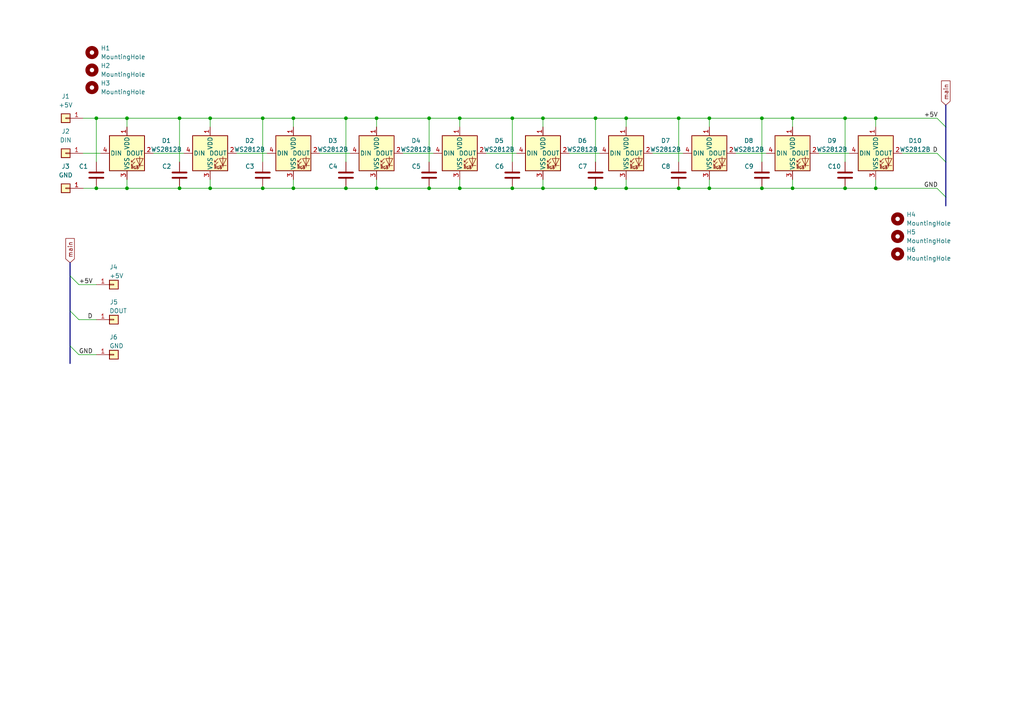
<source format=kicad_sch>
(kicad_sch (version 20230121) (generator eeschema)
  (paper "A4")
  (lib_symbols
    (symbol "Connector_Generic:Conn_01x01" (pin_names (offset 1.016) hide)
      (property "Reference" "J" (at 0 2.54 0))
      (property "Value" "Conn_01x01" (at 0 -2.54 0))
      (symbol "Conn_01x01_1_1"
        (rectangle (start -1.27 0.127) (end 0 -0.127) (stroke (width 0.1524)))
        (rectangle (start -1.27 1.27) (end 1.27 -1.27) (stroke (width 0.254)) (fill (type background)))
        (pin passive line (at -5.08 0 0) (length 3.81) (name "Pin_1") (number "1"))
      )
    )
    (symbol "Device:C" (pin_numbers hide) (pin_names (offset 0.254))
      (property "Reference" "C" (at 0.635 2.54 0))
      (property "Value" "C" (at 0.635 -2.54 0))
      (symbol "C_0_1"
        (polyline (pts (xy -2.032 -0.762) (xy 2.032 -0.762)) (stroke (width 0.508)))
        (polyline (pts (xy -2.032 0.762) (xy 2.032 0.762)) (stroke (width 0.508)))
      )
      (symbol "C_1_1"
        (pin passive line (at 0 3.81 270) (length 2.794) (name "~") (number "1"))
        (pin passive line (at 0 -3.81 90) (length 2.794) (name "~") (number "2"))
      )
    )
    (symbol "LED:WS2812B" (pin_names (offset 0.254))
      (property "Reference" "D" (at 5.08 5.715 0))
      (property "Value" "WS2812B" (at 1.27 -5.715 0))
      (symbol "WS2812B_0_0"
        (text "RGB" (at 2.286 -4.191 0) (effects (font (size 0.762 0.762))))
      )
      (symbol "WS2812B_0_1"
        (polyline (pts (xy 1.27 -3.556) (xy 1.778 -3.556)))
        (polyline (pts (xy 1.27 -2.54) (xy 1.778 -2.54)))
        (polyline (pts (xy 4.699 -3.556) (xy 2.667 -3.556)))
        (polyline (pts (xy 2.286 -2.54) (xy 1.27 -3.556) (xy 1.27 -3.048)))
        (polyline (pts (xy 2.286 -1.524) (xy 1.27 -2.54) (xy 1.27 -2.032)))
        (polyline (pts (xy 3.683 -1.016) (xy 3.683 -3.556) (xy 3.683 -4.064)))
        (polyline (pts (xy 4.699 -1.524) (xy 2.667 -1.524) (xy 3.683 -3.556) (xy 4.699 -1.524)))
        (rectangle (start 5.08 5.08) (end -5.08 -5.08) (stroke (width 0.254)) (fill (type background)))
      )
      (symbol "WS2812B_1_1"
        (pin power_in line (at 0 7.62 270) (length 2.54) (name "VDD") (number "1"))
        (pin output line (at 7.62 0 180) (length 2.54) (name "DOUT") (number "2"))
        (pin power_in line (at 0 -7.62 90) (length 2.54) (name "VSS") (number "3"))
        (pin input line (at -7.62 0 0) (length 2.54) (name "DIN") (number "4"))
      )
    )
    (symbol "Mechanical:MountingHole" (pin_names (offset 1.016))
      (property "Reference" "H" (at 0 5.08 0))
      (property "Value" "MountingHole" (at 0 3.175 0))
      (symbol "MountingHole_0_1"
        (circle (center 0 0) (radius 1.27) (stroke (width 1.27)))
      )
    )
  )
  (junction (at 205.74 54.61))
  (junction (at 172.72 54.61))
  (junction (at 124.46 54.61))
  (junction (at 60.96 34.29))
  (junction (at 196.85 34.29))
  (junction (at 148.59 34.29))
  (junction (at 60.96 54.61))
  (junction (at 100.33 34.29))
  (junction (at 109.22 54.61))
  (junction (at 172.72 34.29))
  (junction (at 27.94 34.29))
  (junction (at 254 54.61))
  (junction (at 85.09 34.29))
  (junction (at 52.07 34.29))
  (junction (at 245.11 54.61))
  (junction (at 157.48 34.29))
  (junction (at 148.59 54.61))
  (junction (at 100.33 54.61))
  (junction (at 220.98 54.61))
  (junction (at 229.87 54.61))
  (junction (at 229.87 34.29))
  (junction (at 220.98 34.29))
  (junction (at 27.94 54.61))
  (junction (at 36.83 54.61))
  (junction (at 181.61 54.61))
  (junction (at 157.48 54.61))
  (junction (at 36.83 34.29))
  (junction (at 76.2 54.61))
  (junction (at 85.09 54.61))
  (junction (at 245.11 34.29))
  (junction (at 76.2 34.29))
  (junction (at 124.46 34.29))
  (junction (at 109.22 34.29))
  (junction (at 52.07 54.61))
  (junction (at 205.74 34.29))
  (junction (at 254 34.29))
  (junction (at 181.61 34.29))
  (junction (at 196.85 54.61))
  (junction (at 133.35 54.61))
  (junction (at 133.35 34.29))
  (bus_entry (at 20.32 90.17) (size 2.54 2.54))
  (bus_entry (at 271.78 54.61) (size 2.54 2.54))
  (bus_entry (at 271.78 44.45) (size 2.54 2.54))
  (bus_entry (at 20.32 100.33) (size 2.54 2.54))
  (bus_entry (at 271.78 34.29) (size 2.54 2.54))
  (bus_entry (at 20.32 80.01) (size 2.54 2.54))
  (wire (pts (xy 229.87 54.61) (xy 245.11 54.61)))
  (wire (pts (xy 76.2 54.61) (xy 85.09 54.61)))
  (wire (pts (xy 133.35 54.61) (xy 148.59 54.61)))
  (wire (pts (xy 24.13 54.61) (xy 27.94 54.61)))
  (wire (pts (xy 109.22 52.07) (xy 109.22 54.61)))
  (wire (pts (xy 68.58 44.45) (xy 77.47 44.45)))
  (wire (pts (xy 205.74 34.29) (xy 220.98 34.29)))
  (wire (pts (xy 109.22 34.29) (xy 124.46 34.29)))
  (wire (pts (xy 85.09 52.07) (xy 85.09 54.61)))
  (wire (pts (xy 205.74 54.61) (xy 220.98 54.61)))
  (wire (pts (xy 24.13 44.45) (xy 29.21 44.45)))
  (wire (pts (xy 124.46 34.29) (xy 124.46 46.99)))
  (wire (pts (xy 245.11 34.29) (xy 245.11 46.99)))
  (wire (pts (xy 85.09 34.29) (xy 100.33 34.29)))
  (wire (pts (xy 76.2 34.29) (xy 76.2 46.99)))
  (wire (pts (xy 92.71 44.45) (xy 101.6 44.45)))
  (wire (pts (xy 133.35 52.07) (xy 133.35 54.61)))
  (wire (pts (xy 22.86 102.87) (xy 27.94 102.87)))
  (wire (pts (xy 245.11 54.61) (xy 254 54.61)))
  (wire (pts (xy 27.94 34.29) (xy 27.94 46.99)))
  (wire (pts (xy 60.96 34.29) (xy 60.96 36.83)))
  (wire (pts (xy 254 34.29) (xy 271.78 34.29)))
  (wire (pts (xy 237.49 44.45) (xy 246.38 44.45)))
  (wire (pts (xy 245.11 34.29) (xy 254 34.29)))
  (wire (pts (xy 76.2 34.29) (xy 85.09 34.29)))
  (wire (pts (xy 22.86 82.55) (xy 27.94 82.55)))
  (wire (pts (xy 27.94 34.29) (xy 36.83 34.29)))
  (wire (pts (xy 52.07 34.29) (xy 60.96 34.29)))
  (wire (pts (xy 172.72 54.61) (xy 181.61 54.61)))
  (wire (pts (xy 85.09 54.61) (xy 100.33 54.61)))
  (wire (pts (xy 220.98 34.29) (xy 229.87 34.29)))
  (wire (pts (xy 124.46 54.61) (xy 133.35 54.61)))
  (wire (pts (xy 220.98 54.61) (xy 229.87 54.61)))
  (wire (pts (xy 140.97 44.45) (xy 149.86 44.45)))
  (bus (pts (xy 274.32 46.99) (xy 274.32 57.15)))
  (wire (pts (xy 148.59 34.29) (xy 148.59 46.99)))
  (wire (pts (xy 52.07 34.29) (xy 52.07 46.99)))
  (wire (pts (xy 60.96 34.29) (xy 76.2 34.29)))
  (bus (pts (xy 20.32 80.01) (xy 20.32 90.17)))
  (wire (pts (xy 229.87 34.29) (xy 245.11 34.29)))
  (wire (pts (xy 109.22 34.29) (xy 109.22 36.83)))
  (wire (pts (xy 133.35 34.29) (xy 133.35 36.83)))
  (wire (pts (xy 36.83 34.29) (xy 52.07 34.29)))
  (wire (pts (xy 157.48 34.29) (xy 157.48 36.83)))
  (bus (pts (xy 20.32 76.2) (xy 20.32 80.01)))
  (wire (pts (xy 181.61 54.61) (xy 196.85 54.61)))
  (wire (pts (xy 148.59 34.29) (xy 157.48 34.29)))
  (wire (pts (xy 196.85 34.29) (xy 205.74 34.29)))
  (wire (pts (xy 157.48 54.61) (xy 172.72 54.61)))
  (wire (pts (xy 36.83 52.07) (xy 36.83 54.61)))
  (wire (pts (xy 229.87 52.07) (xy 229.87 54.61)))
  (wire (pts (xy 36.83 34.29) (xy 36.83 36.83)))
  (wire (pts (xy 109.22 54.61) (xy 124.46 54.61)))
  (wire (pts (xy 205.74 34.29) (xy 205.74 36.83)))
  (wire (pts (xy 133.35 34.29) (xy 148.59 34.29)))
  (wire (pts (xy 27.94 54.61) (xy 36.83 54.61)))
  (wire (pts (xy 189.23 44.45) (xy 198.12 44.45)))
  (wire (pts (xy 229.87 34.29) (xy 229.87 36.83)))
  (wire (pts (xy 44.45 44.45) (xy 53.34 44.45)))
  (wire (pts (xy 254 54.61) (xy 271.78 54.61)))
  (wire (pts (xy 172.72 34.29) (xy 172.72 46.99)))
  (wire (pts (xy 181.61 34.29) (xy 196.85 34.29)))
  (wire (pts (xy 205.74 52.07) (xy 205.74 54.61)))
  (wire (pts (xy 220.98 34.29) (xy 220.98 46.99)))
  (wire (pts (xy 100.33 34.29) (xy 109.22 34.29)))
  (wire (pts (xy 181.61 34.29) (xy 181.61 36.83)))
  (wire (pts (xy 181.61 52.07) (xy 181.61 54.61)))
  (wire (pts (xy 196.85 54.61) (xy 205.74 54.61)))
  (wire (pts (xy 52.07 54.61) (xy 60.96 54.61)))
  (wire (pts (xy 124.46 34.29) (xy 133.35 34.29)))
  (wire (pts (xy 213.36 44.45) (xy 222.25 44.45)))
  (wire (pts (xy 100.33 34.29) (xy 100.33 46.99)))
  (wire (pts (xy 254 34.29) (xy 254 36.83)))
  (wire (pts (xy 24.13 34.29) (xy 27.94 34.29)))
  (wire (pts (xy 100.33 54.61) (xy 109.22 54.61)))
  (wire (pts (xy 148.59 54.61) (xy 157.48 54.61)))
  (wire (pts (xy 60.96 54.61) (xy 76.2 54.61)))
  (wire (pts (xy 22.86 92.71) (xy 27.94 92.71)))
  (wire (pts (xy 254 52.07) (xy 254 54.61)))
  (wire (pts (xy 172.72 34.29) (xy 181.61 34.29)))
  (wire (pts (xy 261.62 44.45) (xy 271.78 44.45)))
  (wire (pts (xy 36.83 54.61) (xy 52.07 54.61)))
  (wire (pts (xy 165.1 44.45) (xy 173.99 44.45)))
  (wire (pts (xy 157.48 34.29) (xy 172.72 34.29)))
  (wire (pts (xy 196.85 34.29) (xy 196.85 46.99)))
  (wire (pts (xy 157.48 52.07) (xy 157.48 54.61)))
  (bus (pts (xy 274.32 30.48) (xy 274.32 36.83)))
  (bus (pts (xy 274.32 57.15) (xy 274.32 59.69)))
  (bus (pts (xy 274.32 36.83) (xy 274.32 46.99)))
  (wire (pts (xy 60.96 52.07) (xy 60.96 54.61)))
  (wire (pts (xy 116.84 44.45) (xy 125.73 44.45)))
  (wire (pts (xy 85.09 34.29) (xy 85.09 36.83)))
  (bus (pts (xy 20.32 90.17) (xy 20.32 100.33)))
  (bus (pts (xy 20.32 100.33) (xy 20.32 105.41)))
  (label "D" (at 25.4 92.71 0))
  (label "GND" (at 267.97 54.61 0))
  (label "GND" (at 22.86 102.87 0))
  (label "+5V" (at 267.97 34.29 0))
  (label "+5V" (at 22.86 82.55 0))
  (label "D" (at 270.51 44.45 0))
  (global_label "main" (shape input) (at 20.32 76.2 90) (property "Intersheetrefs" "${INTERSHEET_REFS}" (effects hide)))
  (global_label "main" (shape input) (at 274.32 30.48 90) (property "Intersheetrefs" "${INTERSHEET_REFS}" (effects hide)))
  (symbol (lib_id "Device:C") (at 220.98 50.8 0) (unit 1)
    (property "Reference" "C9" (at 215.9 48.26 0) (effects (justify left)))
    (property "Value" "C" (effects hide))
    (property "Footprint" "Capacitor_SMD:C_0805_2012Metric" (effects hide))
  )
  (symbol (lib_id "Device:C") (at 76.2 50.8 0) (unit 1)
    (property "Reference" "C3" (at 71.12 48.26 0) (effects (justify left)))
    (property "Value" "C" (effects hide))
    (property "Footprint" "Capacitor_SMD:C_0805_2012Metric" (effects hide))
  )
  (symbol (lib_id "Connector_Generic:Conn_01x01") (at 33.02 102.87 0) (unit 1)
    (property "Reference" "J6" (at 31.75 97.79 0) (effects (justify left)))
    (property "Value" "GND" (at 31.75 100.33 0) (effects (justify left)))
    (property "Footprint" "Connector_Wire:SolderWirePad_1x01_SMD_1x2mm" (effects hide))
  )
  (symbol (lib_id "LED:WS2812B") (at 229.87 44.45 0) (unit 1)
    (property "Reference" "D9" (at 241.3 40.8021 0))
    (property "Value" "WS2812B" (at 241.3 43.3421 0))
    (property "Footprint" "LED_SMD:LED_WS2812B_PLCC4_5.0x5.0mm_P3.2mm" (effects hide))
    (property "Datasheet" "https://cdn-shop.adafruit.com/datasheets/WS2812B.pdf" (effects hide))
  )
  (symbol (lib_id "LED:WS2812B") (at 254 44.45 0) (unit 1)
    (property "Reference" "D10" (at 265.43 40.8021 0))
    (property "Value" "WS2812B" (at 265.43 43.3421 0))
    (property "Footprint" "LED_SMD:LED_WS2812B_PLCC4_5.0x5.0mm_P3.2mm" (effects hide))
    (property "Datasheet" "https://cdn-shop.adafruit.com/datasheets/WS2812B.pdf" (effects hide))
  )
  (symbol (lib_id "LED:WS2812B") (at 157.48 44.45 0) (unit 1)
    (property "Reference" "D6" (at 168.91 40.8021 0))
    (property "Value" "WS2812B" (at 168.91 43.3421 0))
    (property "Footprint" "LED_SMD:LED_WS2812B_PLCC4_5.0x5.0mm_P3.2mm" (effects hide))
    (property "Datasheet" "https://cdn-shop.adafruit.com/datasheets/WS2812B.pdf" (effects hide))
  )
  (symbol (lib_id "Mechanical:MountingHole") (at 26.67 15.24 0) (unit 1)
    (property "Reference" "H1" (at 29.21 13.97 0) (effects (justify left)))
    (property "Value" "MountingHole" (at 29.21 16.51 0) (effects (justify left)))
    (property "Footprint" "MountingHole:MountingHole_2.1mm" (effects hide))
  )
  (symbol (lib_id "Mechanical:MountingHole") (at 26.67 25.4 0) (unit 1)
    (property "Reference" "H3" (at 29.21 24.13 0) (effects (justify left)))
    (property "Value" "MountingHole" (at 29.21 26.67 0) (effects (justify left)))
    (property "Footprint" "MountingHole:MountingHole_2.1mm" (effects hide))
  )
  (symbol (lib_id "Device:C") (at 172.72 50.8 0) (unit 1)
    (property "Reference" "C7" (at 167.64 48.26 0) (effects (justify left)))
    (property "Value" "C" (effects hide))
    (property "Footprint" "Capacitor_SMD:C_0805_2012Metric" (effects hide))
  )
  (symbol (lib_id "Device:C") (at 124.46 50.8 0) (unit 1)
    (property "Reference" "C5" (at 119.38 48.26 0) (effects (justify left)))
    (property "Value" "C" (effects hide))
    (property "Footprint" "Capacitor_SMD:C_0805_2012Metric" (effects hide))
  )
  (symbol (lib_id "Mechanical:MountingHole") (at 260.35 63.5 0) (unit 1)
    (property "Reference" "H4" (at 262.89 62.23 0) (effects (justify left)))
    (property "Value" "MountingHole" (at 262.89 64.77 0) (effects (justify left)))
    (property "Footprint" "MountingHole:MountingHole_2.1mm" (effects hide))
  )
  (symbol (lib_id "Device:C") (at 196.85 50.8 0) (unit 1)
    (property "Reference" "C8" (at 191.77 48.26 0) (effects (justify left)))
    (property "Value" "C" (effects hide))
    (property "Footprint" "Capacitor_SMD:C_0805_2012Metric" (effects hide))
  )
  (symbol (lib_id "Mechanical:MountingHole") (at 260.35 73.66 0) (unit 1)
    (property "Reference" "H6" (at 262.89 72.39 0) (effects (justify left)))
    (property "Value" "MountingHole" (at 262.89 74.93 0) (effects (justify left)))
    (property "Footprint" "MountingHole:MountingHole_2.1mm" (effects hide))
  )
  (symbol (lib_id "Device:C") (at 148.59 50.8 0) (unit 1)
    (property "Reference" "C6" (at 143.51 48.26 0) (effects (justify left)))
    (property "Value" "C" (effects hide))
    (property "Footprint" "Capacitor_SMD:C_0805_2012Metric" (effects hide))
  )
  (symbol (lib_id "LED:WS2812B") (at 109.22 44.45 0) (unit 1)
    (property "Reference" "D4" (at 120.65 40.8021 0))
    (property "Value" "WS2812B" (at 120.65 43.3421 0))
    (property "Footprint" "LED_SMD:LED_WS2812B_PLCC4_5.0x5.0mm_P3.2mm" (effects hide))
    (property "Datasheet" "https://cdn-shop.adafruit.com/datasheets/WS2812B.pdf" (effects hide))
  )
  (symbol (lib_id "Device:C") (at 27.94 50.8 0) (unit 1)
    (property "Reference" "C1" (at 22.86 48.26 0) (effects (justify left)))
    (property "Value" "C" (effects hide))
    (property "Footprint" "Capacitor_SMD:C_0805_2012Metric" (effects hide))
  )
  (symbol (lib_id "Connector_Generic:Conn_01x01") (at 33.02 92.71 0) (unit 1)
    (property "Reference" "J5" (at 33.02 87.63 0))
    (property "Value" "DOUT" (at 34.29 90.17 0))
    (property "Footprint" "Connector_Wire:SolderWirePad_1x01_SMD_1x2mm" (effects hide))
  )
  (symbol (lib_id "Mechanical:MountingHole") (at 26.67 20.32 0) (unit 1)
    (property "Reference" "H2" (at 29.21 19.05 0) (effects (justify left)))
    (property "Value" "MountingHole" (at 29.21 21.59 0) (effects (justify left)))
    (property "Footprint" "MountingHole:MountingHole_2.1mm" (effects hide))
  )
  (symbol (lib_id "LED:WS2812B") (at 205.74 44.45 0) (unit 1)
    (property "Reference" "D8" (at 217.17 40.8021 0))
    (property "Value" "WS2812B" (at 217.17 43.3421 0))
    (property "Footprint" "LED_SMD:LED_WS2812B_PLCC4_5.0x5.0mm_P3.2mm" (effects hide))
    (property "Datasheet" "https://cdn-shop.adafruit.com/datasheets/WS2812B.pdf" (effects hide))
  )
  (symbol (lib_id "Connector_Generic:Conn_01x01") (at 33.02 82.55 0) (unit 1)
    (property "Reference" "J4" (at 31.75 77.47 0) (effects (justify left)))
    (property "Value" "+5V" (at 31.75 80.01 0) (effects (justify left)))
    (property "Footprint" "Connector_Wire:SolderWirePad_1x01_SMD_1x2mm" (effects hide))
  )
  (symbol (lib_id "Device:C") (at 100.33 50.8 0) (unit 1)
    (property "Reference" "C4" (at 95.25 48.26 0) (effects (justify left)))
    (property "Value" "C" (effects hide))
    (property "Footprint" "Capacitor_SMD:C_0805_2012Metric" (effects hide))
  )
  (symbol (lib_id "Connector_Generic:Conn_01x01") (at 19.05 44.45 180) (unit 1)
    (property "Reference" "J2" (at 19.05 38.1 0))
    (property "Value" "DIN" (at 19.05 40.64 0))
    (property "Footprint" "Connector_Wire:SolderWirePad_1x01_SMD_1x2mm" (effects hide))
  )
  (symbol (lib_id "LED:WS2812B") (at 60.96 44.45 0) (unit 1)
    (property "Reference" "D2" (at 72.39 40.8021 0))
    (property "Value" "WS2812B" (at 72.39 43.3421 0))
    (property "Footprint" "LED_SMD:LED_WS2812B_PLCC4_5.0x5.0mm_P3.2mm" (effects hide))
    (property "Datasheet" "https://cdn-shop.adafruit.com/datasheets/WS2812B.pdf" (effects hide))
  )
  (symbol (lib_id "Mechanical:MountingHole") (at 260.35 68.58 0) (unit 1)
    (property "Reference" "H5" (at 262.89 67.31 0) (effects (justify left)))
    (property "Value" "MountingHole" (at 262.89 69.85 0) (effects (justify left)))
    (property "Footprint" "MountingHole:MountingHole_2.1mm" (effects hide))
  )
  (symbol (lib_id "LED:WS2812B") (at 181.61 44.45 0) (unit 1)
    (property "Reference" "D7" (at 193.04 40.8021 0))
    (property "Value" "WS2812B" (at 193.04 43.3421 0))
    (property "Footprint" "LED_SMD:LED_WS2812B_PLCC4_5.0x5.0mm_P3.2mm" (effects hide))
    (property "Datasheet" "https://cdn-shop.adafruit.com/datasheets/WS2812B.pdf" (effects hide))
  )
  (symbol (lib_id "LED:WS2812B") (at 85.09 44.45 0) (unit 1)
    (property "Reference" "D3" (at 96.52 40.8021 0))
    (property "Value" "WS2812B" (at 96.52 43.3421 0))
    (property "Footprint" "LED_SMD:LED_WS2812B_PLCC4_5.0x5.0mm_P3.2mm" (effects hide))
    (property "Datasheet" "https://cdn-shop.adafruit.com/datasheets/WS2812B.pdf" (effects hide))
  )
  (symbol (lib_id "LED:WS2812B") (at 133.35 44.45 0) (unit 1)
    (property "Reference" "D5" (at 144.78 40.8021 0))
    (property "Value" "WS2812B" (at 144.78 43.3421 0))
    (property "Footprint" "LED_SMD:LED_WS2812B_PLCC4_5.0x5.0mm_P3.2mm" (effects hide))
    (property "Datasheet" "https://cdn-shop.adafruit.com/datasheets/WS2812B.pdf" (effects hide))
  )
  (symbol (lib_id "Device:C") (at 52.07 50.8 0) (unit 1)
    (property "Reference" "C2" (at 46.99 48.26 0) (effects (justify left)))
    (property "Value" "C" (effects hide))
    (property "Footprint" "Capacitor_SMD:C_0805_2012Metric" (effects hide))
  )
  (symbol (lib_id "LED:WS2812B") (at 36.83 44.45 0) (unit 1)
    (property "Reference" "D1" (at 48.26 40.8021 0))
    (property "Value" "WS2812B" (at 48.26 43.3421 0))
    (property "Footprint" "LED_SMD:LED_WS2812B_PLCC4_5.0x5.0mm_P3.2mm" (effects hide))
    (property "Datasheet" "https://cdn-shop.adafruit.com/datasheets/WS2812B.pdf" (effects hide))
  )
  (symbol (lib_id "Connector_Generic:Conn_01x01") (at 19.05 54.61 180) (unit 1)
    (property "Reference" "J3" (at 19.05 48.26 0))
    (property "Value" "GND" (at 19.05 50.8 0))
    (property "Footprint" "Connector_Wire:SolderWirePad_1x01_SMD_1x2mm" (effects hide))
  )
  (symbol (lib_id "Device:C") (at 245.11 50.8 0) (unit 1)
    (property "Reference" "C10" (at 240.03 48.26 0) (effects (justify left)))
    (property "Value" "C" (effects hide))
    (property "Footprint" "Capacitor_SMD:C_0805_2012Metric" (effects hide))
  )
  (symbol (lib_id "Connector_Generic:Conn_01x01") (at 19.05 34.29 180) (unit 1)
    (property "Reference" "J1" (at 19.05 27.94 0))
    (property "Value" "+5V" (at 19.05 30.48 0))
    (property "Footprint" "Connector_Wire:SolderWirePad_1x01_SMD_1x2mm" (effects hide))
  )
)
</source>
